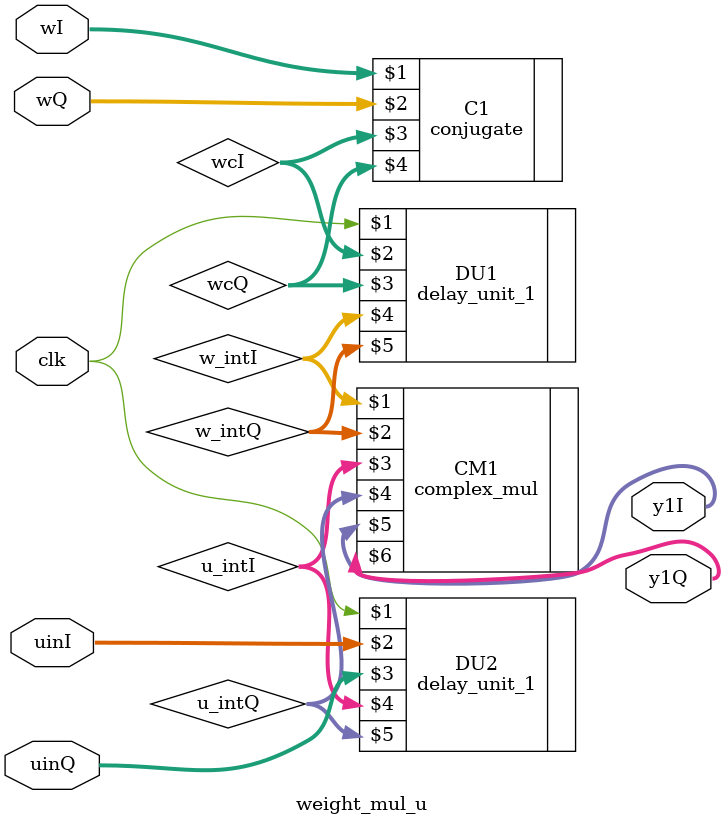
<source format=v>
`timescale 1ns / 1ps


module weight_mul_u(clk, uinI, uinQ, wI, wQ, y1I, y1Q);
    input clk;
    input signed [17:0] uinI, uinQ;
    input signed [17:0] wI, wQ;
    output signed [17:0] y1I, y1Q;

    wire [17:0] wcI, wcQ;
    conjugate C1(wI, wQ, wcI, wcQ);
    
    wire [17:0] w_intI, w_intQ, u_intI, u_intQ;
    delay_unit_1 DU1(clk, wcI, wcQ, w_intI, w_intQ);
    delay_unit_1 DU2(clk, uinI, uinQ, u_intI, u_intQ);
    
    complex_mul CM1(w_intI, w_intQ, u_intI, u_intQ, y1I, y1Q);    
endmodule

</source>
